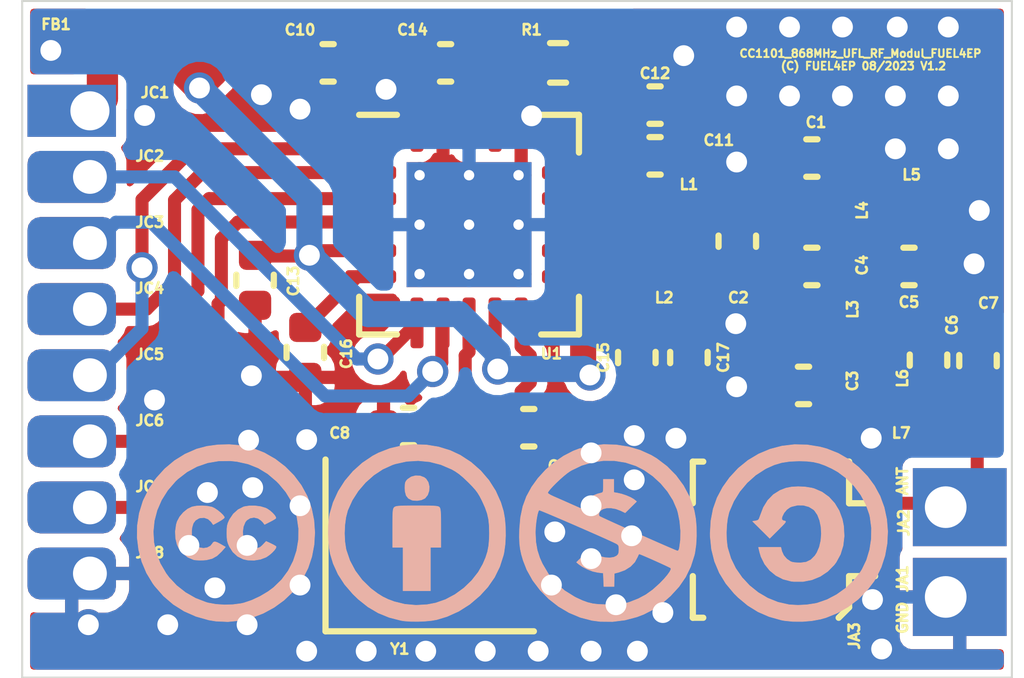
<source format=kicad_pcb>
(kicad_pcb (version 20211014) (generator pcbnew)
  (title_block (title "CC1101_868MHz_UFL_RF_Modul_FUEL4EP") (date "2023-08-28") (rev "1.2") (company "FUEL4EP"))
  (layers (0 "F.Cu" signal) (31 "B.Cu" signal) (34 "B.Paste" user) (35 "F.Paste" user) (36 "B.SilkS" user "B.Silkscreen") (37 "F.SilkS" user "F.Silkscreen") (38 "B.Mask" user) (39 "F.Mask" user) (44 "Edge.Cuts" user))
  (net 0 "")
  (net 1 "GND")
  (net 2 "Net-(C1-Pad1)")
  (net 3 "Net-(C2-Pad1)")
  (net 4 "Net-(C3-Pad2)")
  (net 5 "Net-(C4-Pad2)")
  (net 6 "Net-(C5-Pad2)")
  (net 7 "Net-(C6-Pad1)")
  (net 8 "Net-(C6-Pad2)")
  (net 9 "Net-(C7-Pad1)")
  (net 10 "Net-(C8-Pad2)")
  (net 11 "/SCK")
  (net 12 "/GDO0")
  (net 13 "/MOSI")
  (net 14 "/GDO2")
  (net 15 "Net-(C9-Pad2)")
  (net 16 "Net-(L1-Pad1)")
  (net 17 "Net-(L2-Pad1)")
  (net 18 "Net-(R1-Pad2)")
  (net 19 "/~{CS}")
  (net 20 "VDDA")
  (net 21 "Net-(C16-Pad1)")
  (net 22 "/MISO{slash}GDO1")
  (net 23 "/VDD")
  (footprint "Inductor_SMD:L_0402_1005Metric" (layer "F.Cu") (at 12.279 -8.8928)
    (fp_text reference "L1" (at 0.521 -0.5822) (layer "F.SilkS") (effects (font (size 0.2 0.2))))
    (fp_text value "12nH")
    (pad "1" smd roundrect (at -0.485 0) (size 0.59 0.64) (layers "F.Cu" "F.Paste" "F.Mask") (net 16 "Net-(L1-Pad1)"))
    (pad "2" smd roundrect (at 0.485 0) (size 0.59 0.64) (layers "F.Cu" "F.Paste" "F.Mask") (net 2 "Net-(C1-Pad1)"))
  )
  (footprint "Capacitor_SMD:C_0402_1005Metric" (layer "F.Cu") (at 8.128 -11.811 180)
    (fp_text reference "C14" (at 0.635 0.635) (layer "F.SilkS") (effects (font (size 0.2 0.2))))
    (fp_text value "100n")
    (pad "1" smd roundrect (at -0.48 0 180) (size 0.56 0.62) (layers "F.Cu" "F.Paste" "F.Mask") (net 20 "VDDA"))
    (pad "2" smd roundrect (at 0.48 0 180) (size 0.56 0.62) (layers "F.Cu" "F.Paste" "F.Mask") (net 1 "GND"))
  )
  (footprint "Inductor_SMD:L_0402_1005Metric" (layer "F.Cu") (at 17.85 -4.675)
    (fp_text reference "L7" (at -0.975 -0.025 180) (layer "F.SilkS") (effects (font (size 0.2 0.2))))
    (fp_text value "3.3nH")
    (pad "1" smd roundrect (at -0.485 0) (size 0.59 0.64) (layers "F.Cu" "F.Paste" "F.Mask") (net 7 "Net-(C6-Pad1)"))
    (pad "2" smd roundrect (at 0.485 0) (size 0.59 0.64) (layers "F.Cu" "F.Paste" "F.Mask") (net 9 "Net-(C7-Pad1)"))
  )
  (footprint "Inductor_SMD:L_0402_1005Metric" (layer "F.Cu") (at 15 -6.7314)
    (fp_text reference "L3" (at 0.9444 -0.3436 90) (layer "F.SilkS") (effects (font (size 0.2 0.2))))
    (fp_text value "18nH")
    (pad "1" smd roundrect (at -0.485 0) (size 0.59 0.64) (layers "F.Cu" "F.Paste" "F.Mask") (net 3 "Net-(C2-Pad1)"))
    (pad "2" smd roundrect (at 0.485 0) (size 0.59 0.64) (layers "F.Cu" "F.Paste" "F.Mask") (net 4 "Net-(C3-Pad2)"))
  )
  (footprint "Inductor_SMD:L_0402_1005Metric" (layer "F.Cu") (at 12.279 -7.9028)
    (fp_text reference "L2" (at 0.046 0.6028) (layer "F.SilkS") (effects (font (size 0.2 0.2))))
    (fp_text value "12nH")
    (pad "1" smd roundrect (at -0.485 0) (size 0.59 0.64) (layers "F.Cu" "F.Paste" "F.Mask") (net 17 "Net-(L2-Pad1)"))
    (pad "2" smd roundrect (at 0.485 0) (size 0.59 0.64) (layers "F.Cu" "F.Paste" "F.Mask") (net 3 "Net-(C2-Pad1)"))
  )
  (footprint "Capacitor_SMD:C_0402_1005Metric" (layer "F.Cu") (at 17.025 -7.9 180)
    (fp_text reference "C5" (at 0 -0.6862) (layer "F.SilkS") (effects (font (size 0.2 0.2))))
    (fp_text value "3.3pF")
    (pad "1" smd roundrect (at -0.48 0 180) (size 0.56 0.62) (layers "F.Cu" "F.Paste" "F.Mask") (net 1 "GND"))
    (pad "2" smd roundrect (at 0.48 0 180) (size 0.56 0.62) (layers "F.Cu" "F.Paste" "F.Mask") (net 6 "Net-(C5-Pad2)"))
  )
  (footprint "Capacitor_SMD:C_0402_1005Metric" (layer "F.Cu") (at 15 -5.6138)
    (fp_text reference "C3" (at 0.9394 -0.0862 90) (layer "F.SilkS") (effects (font (size 0.2 0.2))))
    (fp_text value "100pF")
    (pad "1" smd roundrect (at -0.48 0) (size 0.56 0.62) (layers "F.Cu" "F.Paste" "F.Mask") (net 1 "GND"))
    (pad "2" smd roundrect (at 0.48 0) (size 0.56 0.62) (layers "F.Cu" "F.Paste" "F.Mask") (net 4 "Net-(C3-Pad2)"))
  )
  (footprint "FUEL4EP:edge_hole_Pitch1.27mm_Drill0.75mm_rounded" (layer "F.Cu") (at 0 -5.81)
    (fp_text reference "JC5" (at 2.45 -0.4 unlocked) (layer "F.SilkS") (effects (font (size 0.2 0.2) (thickness 0.05))))
    (fp_text value "Conn")
    (pad "1" thru_hole roundrect (at 1.3 0) (size 1.7 1) (drill 0.65 (offset -0.35 0)) (property pad_prop_castellated) (layers *.Cu *.Mask) (net 13 "/MOSI"))
  )
  (footprint "Inductor_SMD:L_0402_1005Metric" (layer "F.Cu") (at 16.4 -6.2 -90)
    (fp_text reference "L6" (at 0.45 -0.5 90) (layer "F.SilkS") (effects (font (size 0.2 0.2))))
    (fp_text value "12nH")
    (pad "1" smd roundrect (at -0.485 0 270) (size 0.59 0.64) (layers "F.Cu" "F.Paste" "F.Mask") (net 6 "Net-(C5-Pad2)"))
    (pad "2" smd roundrect (at 0.485 0 270) (size 0.59 0.64) (layers "F.Cu" "F.Paste" "F.Mask") (net 8 "Net-(C6-Pad2)"))
  )
  (footprint "Capacitor_SMD:C_0402_1005Metric" (layer "F.Cu") (at 13.729 -8.3848 90)
    (fp_text reference "C2" (at -1.0848 0.021 180) (layer "F.SilkS") (effects (font (size 0.2 0.2))))
    (fp_text value "1.0pF")
    (pad "1" smd roundrect (at -0.48 0 90) (size 0.56 0.62) (layers "F.Cu" "F.Paste" "F.Mask") (net 3 "Net-(C2-Pad1)"))
    (pad "2" smd roundrect (at 0.48 0 90) (size 0.56 0.62) (layers "F.Cu" "F.Paste" "F.Mask") (net 2 "Net-(C1-Pad1)"))
  )
  (footprint "FUEL4EP:edge_hole_Pitch2.28mm_Drill0.8mm" (layer "F.Cu") (at 19 -1.55 180)
    (fp_text reference "JA1" (at 2.1 0.35 90 unlocked) (layer "F.SilkS") (effects (font (size 0.2 0.2))))
    (fp_text value "GND")
    (pad "1" thru_hole rect (at 1.27 0 180) (size 1.8 1.5) (drill 0.8 (offset -0.27 0)) (property pad_prop_castellated) (layers *.Cu *.Mask) (net 1 "GND"))
  )
  (footprint "FUEL4EP:edge_hole_Pitch1.27mm_Drill0.75mm_rounded" (layer "F.Cu") (at 0 -2)
    (fp_text reference "JC8" (at 2.45 -0.4 unlocked) (layer "F.SilkS") (effects (font (size 0.2 0.2) (thickness 0.05))))
    (fp_text value "Conn")
    (pad "1" thru_hole roundrect (at 1.3 0) (size 1.7 1) (drill 0.65 (offset -0.35 0)) (property pad_prop_castellated) (layers *.Cu *.Mask) (net 1 "GND"))
  )
  (footprint "Capacitor_SMD:C_0402_1005Metric" (layer "F.Cu") (at 18.35 -6.09 90)
    (fp_text reference "C7" (at 1.105 0.2 180) (layer "F.SilkS") (effects (font (size 0.2 0.2))))
    (fp_text value "12pF")
    (pad "1" smd roundrect (at -0.48 0 90) (size 0.56 0.62) (layers "F.Cu" "F.Paste" "F.Mask") (net 9 "Net-(C7-Pad1)"))
    (pad "2" smd roundrect (at 0.48 0 90) (size 0.56 0.62) (layers "F.Cu" "F.Paste" "F.Mask") (net 8 "Net-(C6-Pad2)"))
  )
  (footprint "Capacitor_SMD:C_0402_1005Metric" (layer "F.Cu") (at 5.4356 -6.2484 -90)
    (fp_text reference "C16" (at 0.0254 -0.7874 90) (layer "F.SilkS") (effects (font (size 0.2 0.2))))
    (fp_text value "100n")
    (pad "1" smd roundrect (at -0.48 0 270) (size 0.56 0.62) (layers "F.Cu" "F.Paste" "F.Mask") (net 21 "Net-(C16-Pad1)"))
    (pad "2" smd roundrect (at 0.48 0 270) (size 0.56 0.62) (layers "F.Cu" "F.Paste" "F.Mask") (net 1 "GND"))
  )
  (footprint "Resistor_SMD:R_0402_1005Metric" (layer "F.Cu") (at 10.287 -11.811 180)
    (fp_text reference "R1" (at 0.508 0.635) (layer "F.SilkS") (effects (font (size 0.2 0.2))))
    (fp_text value "56k")
    (pad "1" smd roundrect (at -0.51 0 180) (size 0.54 0.64) (layers "F.Cu" "F.Paste" "F.Mask") (net 1 "GND"))
    (pad "2" smd roundrect (at 0.51 0 180) (size 0.54 0.64) (layers "F.Cu" "F.Paste" "F.Mask") (net 18 "Net-(R1-Pad2)"))
  )
  (footprint "Capacitor_SMD:C_0402_1005Metric" (layer "F.Cu") (at 11.8 -6.15 -90)
    (fp_text reference "C15" (at 0 0.6438 90) (layer "F.SilkS") (effects (font (size 0.2 0.2))))
    (fp_text value "100n")
    (pad "1" smd roundrect (at -0.48 0 270) (size 0.56 0.62) (layers "F.Cu" "F.Paste" "F.Mask") (net 20 "VDDA"))
    (pad "2" smd roundrect (at 0.48 0 270) (size 0.56 0.62) (layers "F.Cu" "F.Paste" "F.Mask") (net 1 "GND"))
  )
  (footprint "Capacitor_SMD:C_0402_1005Metric" (layer "F.Cu") (at 12.8 -6.15 -90)
    (fp_text reference "C17" (at 0 -0.6604 90) (layer "F.SilkS") (effects (font (size 0.2 0.2))))
    (fp_text value "100n")
    (pad "1" smd roundrect (at -0.48 0 270) (size 0.56 0.62) (layers "F.Cu" "F.Paste" "F.Mask") (net 20 "VDDA"))
    (pad "2" smd roundrect (at 0.48 0 270) (size 0.56 0.62) (layers "F.Cu" "F.Paste" "F.Mask") (net 1 "GND"))
  )
  (footprint "FUEL4EP:edge_hole_Pitch2.28mm_Drill0.8mm" (layer "F.Cu") (at 19 -3.275 180)
    (fp_text reference "JA2" (at 2.075 -0.3 90 unlocked) (layer "F.SilkS") (effects (font (size 0.2 0.2))))
    (fp_text value "Ant.")
    (pad "1" thru_hole rect (at 1.27 0 180) (size 1.8 1.5) (drill 0.8 (offset -0.27 0)) (property pad_prop_castellated) (layers *.Cu *.Mask) (net 9 "Net-(C7-Pad1)"))
  )
  (footprint "Inductor_SMD:L_0402_1005Metric" (layer "F.Cu") (at 15.1806 -8.9666)
    (fp_text reference "L4" (at 0.9444 -0.0084 270) (layer "F.SilkS") (effects (font (size 0.2 0.2))))
    (fp_text value "18nH")
    (pad "1" smd roundrect (at -0.485 0) (size 0.59 0.64) (layers "F.Cu" "F.Paste" "F.Mask") (net 2 "Net-(C1-Pad1)"))
    (pad "2" smd roundrect (at 0.485 0) (size 0.59 0.64) (layers "F.Cu" "F.Paste" "F.Mask") (net 5 "Net-(C4-Pad2)"))
  )
  (footprint "Crystal:Crystal_SMD_3225-4Pin_3.2x2.5mm" (layer "F.Cu") (at 7.8232 -2.54)
    (fp_text reference "Y1" (at -0.5732 1.99) (layer "F.SilkS") (effects (font (size 0.2 0.2))))
    (fp_text value "Crystal  26MHz")
    (pad "1" smd rect (at -1.1 0.85) (size 1.4 1.2) (layers "F.Cu" "F.Paste" "F.Mask") (net 10 "Net-(C8-Pad2)"))
    (pad "2" smd rect (at 1.1 0.85) (size 1.4 1.2) (layers "F.Cu" "F.Paste" "F.Mask") (net 1 "GND"))
    (pad "3" smd rect (at 1.1 -0.85) (size 1.4 1.2) (layers "F.Cu" "F.Paste" "F.Mask") (net 15 "Net-(C9-Pad2)"))
    (pad "4" smd rect (at -1.1 -0.85) (size 1.4 1.2) (layers "F.Cu" "F.Paste" "F.Mask") (net 1 "GND"))
  )
  (footprint "FUEL4EP:CC-BY-ND-SA_bottom" (layer "F.Cu") (at 9.398 -2.794)
    (fp_text reference "LOGO1" hide)
    (fp_text value "Logo_Open_Hardware_Small" hide)
  )
  (footprint "Capacitor_SMD:C_0402_1005Metric" (layer "F.Cu") (at 4.4704 -7.6336 -90)
    (fp_text reference "C13" (at 0.0136 -0.7366 90) (layer "F.SilkS") (effects (font (size 0.2 0.2))))
    (fp_text value "100n")
    (pad "1" smd roundrect (at -0.48 0 270) (size 0.56 0.62) (layers "F.Cu" "F.Paste" "F.Mask") (net 20 "VDDA"))
    (pad "2" smd roundrect (at 0.48 0 270) (size 0.56 0.62) (layers "F.Cu" "F.Paste" "F.Mask") (net 1 "GND"))
  )
  (footprint "Capacitor_SMD:C_0402_1005Metric" (layer "F.Cu") (at 5.873 -11.811)
    (fp_text reference "C10" (at -0.539 -0.635) (layer "F.SilkS") (effects (font (size 0.2 0.2) (thickness 0.125))))
    (fp_text value "4.7u")
    (pad "1" smd roundrect (at -0.48 0) (size 0.56 0.62) (layers "F.Cu" "F.Paste" "F.Mask") (net 20 "VDDA"))
    (pad "2" smd roundrect (at 0.48 0) (size 0.56 0.62) (layers "F.Cu" "F.Paste" "F.Mask") (net 1 "GND"))
  )
  (footprint "Capacitor_SMD:C_0402_1005Metric" (layer "F.Cu") (at 15.1606 -7.8998)
    (fp_text reference "C4" (at 0.9644 -0.0252 270) (layer "F.SilkS") (effects (font (size 0.2 0.2))))
    (fp_text value "1.5pF")
    (pad "1" smd roundrect (at -0.48 0) (size 0.56 0.62) (layers "F.Cu" "F.Paste" "F.Mask") (net 3 "Net-(C2-Pad1)"))
    (pad "2" smd roundrect (at 0.48 0) (size 0.56 0.62) (layers "F.Cu" "F.Paste" "F.Mask") (net 5 "Net-(C4-Pad2)"))
  )
  (footprint "FUEL4EP:edge_hole_Pitch1.27mm_Drill0.75mm_rounded" (layer "F.Cu") (at 0 -4.54)
    (fp_text reference "JC6" (at 2.45 -0.4 unlocked) (layer "F.SilkS") (effects (font (size 0.2 0.2) (thickness 0.05))))
    (fp_text value "Conn")
    (pad "1" thru_hole roundrect (at 1.3 0) (size 1.7 1) (drill 0.65 (offset -0.35 0)) (property pad_prop_castellated) (layers *.Cu *.Mask) (net 22 "/MISO{slash}GDO1"))
  )
  (footprint "Capacitor_SMD:C_0402_1005Metric" (layer "F.Cu") (at 12.15 -11)
    (fp_text reference "C12" (at 0 -0.6096) (layer "F.SilkS") (effects (font (size 0.2 0.2))))
    (fp_text value "100n")
    (pad "1" smd roundrect (at -0.48 0) (size 0.56 0.62) (layers "F.Cu" "F.Paste" "F.Mask") (net 20 "VDDA"))
    (pad "2" smd roundrect (at 0.48 0) (size 0.56 0.62) (layers "F.Cu" "F.Paste" "F.Mask") (net 1 "GND"))
  )
  (footprint "FUEL4EP:edge_hole_Pitch1.27mm_Drill0.75mm_rounded" (layer "F.Cu") (at 0 -8.35)
    (fp_text reference "JC3" (at 2.45 -0.4 unlocked) (layer "F.SilkS") (effects (font (size 0.2 0.2) (thickness 0.05))))
    (fp_text value "Conn")
    (pad "1" thru_hole roundrect (at 1.3 0) (size 1.7 1) (drill 0.65 (offset -0.35 0)) (property pad_prop_castellated) (layers *.Cu *.Mask) (net 19 "/~{CS}"))
  )
  (footprint "FUEL4EP:edge_hole_Pitch1.27mm_Drill0.75mm_rounded" (layer "F.Cu") (at 0 -9.62)
    (fp_text reference "JC2" (at 2.45 -0.4 unlocked) (layer "F.SilkS") (effects (font (size 0.2 0.2) (thickness 0.05))))
    (fp_text value "Conn")
    (pad "1" thru_hole roundrect (at 1.3 0) (size 1.7 1) (drill 0.65 (offset -0.35 0)) (property pad_prop_castellated) (layers *.Cu *.Mask) (net 12 "/GDO0"))
  )
  (footprint "FUEL4EP:edge_hole_Pitch1.27mm_Drill0.75mm" (layer "F.Cu") (at 0 -10.89)
    (fp_text reference "JC1" (at 2.55 -0.35 unlocked) (layer "F.SilkS") (effects (font (size 0.2 0.2) (thickness 0.05))))
    (fp_text value "Conn")
    (pad "1" thru_hole rect (at 1.3 0) (size 1.7 1) (drill 0.75 (offset -0.35 0)) (property pad_prop_castellated) (layers *.Cu *.Mask) (net 23 "/VDD"))
  )
  (footprint "Inductor_SMD:L_0402_1005Metric" (layer "F.Cu") (at 17.075 -8.95)
    (fp_text reference "L5" (at 0 -0.7108) (layer "F.SilkS") (effects (font (size 0.2 0.2))))
    (fp_text value "12nH")
    (pad "1" smd roundrect (at -0.485 0) (size 0.59 0.64) (layers "F.Cu" "F.Paste" "F.Mask") (net 5 "Net-(C4-Pad2)"))
    (pad "2" smd roundrect (at 0.485 0) (size 0.59 0.64) (layers "F.Cu" "F.Paste" "F.Mask") (net 6 "Net-(C5-Pad2)"))
  )
  (footprint "FUEL4EP:U.FL_Molex_MCRF_73412-0110_Vertical" (layer "F.Cu") (at 14.375 -2.65 90)
    (fp_text reference "JA3" (at -1.85 1.6 90) (layer "F.SilkS") (effects (font (size 0.2 0.2))))
    (fp_text value "U.FL connector")
    (pad "1" smd rect (at 0 1.5 90) (size 1 1) (layers "F.Cu" "F.Paste" "F.Mask") (net 9 "Net-(C7-Pad1)"))
    (pad "2" smd rect (at 1.475 0 90) (size 1.05 2.2) (layers "F.Cu" "F.Paste" "F.Mask") (net 1 "GND"))
    (pad "2" smd rect (at 0 -1.5 90) (size 1 1) (layers "F.Cu" "F.Paste" "F.Mask") (net 1 "GND"))
    (pad "2" smd rect (at -1.475 0 90) (size 1.05 2.2) (layers "F.Cu" "F.Paste" "F.Mask") (net 1 "GND"))
  )
  (footprint "Capacitor_SMD:C_0402_1005Metric" (layer "F.Cu") (at 12.15 -10.025)
    (fp_text reference "C11" (at 1.225 -0.3) (layer "F.SilkS") (effects (font (size 0.2 0.2))))
    (fp_text value "100n")
    (pad "1" smd roundrect (at -0.48 0) (size 0.56 0.62) (layers "F.Cu" "F.Paste" "F.Mask") (net 20 "VDDA"))
    (pad "2" smd roundrect (at 0.48 0) (size 0.56 0.62) (layers "F.Cu" "F.Paste" "F.Mask") (net 1 "GND"))
  )
  (footprint "Capacitor_SMD:C_0402_1005Metric" (layer "F.Cu") (at 7.4168 -4.826)
    (fp_text reference "C8" (at -1.3208 0.127) (layer "F.SilkS") (effects (font (size 0.2 0.2))))
    (fp_text value "12p")
    (pad "1" smd roundrect (at -0.48 0) (size 0.56 0.62) (layers "F.Cu" "F.Paste" "F.Mask") (net 1 "GND"))
    (pad "2" smd roundrect (at 0.48 0) (size 0.56 0.62) (layers "F.Cu" "F.Paste" "F.Mask") (net 10 "Net-(C8-Pad2)"))
  )
  (footprint "Capacitor_SMD:C_0402_1005Metric" (layer "F.Cu") (at 15.1606 -9.9826)
    (fp_text reference "C1" (at 0.0794 -0.6854) (layer "F.SilkS") (effects (font (size 0.2 0.2))))
    (fp_text value "1.5pF")
    (pad "1" smd roundrect (at -0.48 0) (size 0.56 0.62) (layers "F.Cu" "F.Paste" "F.Mask") (net 2 "Net-(C1-Pad1)"))
    (pad "2" smd roundrect (at 0.48 0) (size 0.56 0.62) (layers "F.Cu" "F.Paste" "F.Mask") (net 1 "GND"))
  )
  (footprint "Capacitor_SMD:C_0402_1005Metric" (layer "F.Cu") (at 17.4 -6.1 90)
    (fp_text reference "C6" (at 0.675 0.45 90) (layer "F.SilkS") (effects (font (size 0.2 0.2))))
    (fp_text value "47pF")
    (pad "1" smd roundrect (at -0.48 0 90) (size 0.56 0.62) (layers "F.Cu" "F.Paste" "F.Mask") (net 7 "Net-(C6-Pad1)"))
    (pad "2" smd roundrect (at 0.48 0 90) (size 0.56 0.62) (layers "F.Cu" "F.Paste" "F.Mask") (net 8 "Net-(C6-Pad2)"))
  )
  (footprint "Capacitor_SMD:C_0402_1005Metric" (layer "F.Cu") (at 9.725 -4.801 180)
    (fp_text reference "C9" (at -0.562 -0.737) (layer "F.SilkS") (effects (font (size 0.2 0.2))))
    (fp_text value "15p")
    (pad "1" smd roundrect (at -0.48 0 180) (size 0.56 0.62) (layers "F.Cu" "F.Paste" "F.Mask") (net 1 "GND"))
    (pad "2" smd roundrect (at 0.48 0 180) (size 0.56 0.62) (layers "F.Cu" "F.Paste" "F.Mask") (net 15 "Net-(C9-Pad2)"))
  )
  (footprint "FUEL4EP:edge_hole_Pitch1.27mm_Drill0.75mm_rounded" (layer "F.Cu") (at 0 -7.08)
    (fp_text reference "JC4" (at 2.45 -0.4 unlocked) (layer "F.SilkS") (effects (font (size 0.2 0.2) (thickness 0.05))))
    (fp_text value "Conn")
    (pad "1" thru_hole roundrect (at 1.3 0) (size 1.7 1) (drill 0.65 (offset -0.35 0)) (property pad_prop_castellated) (layers *.Cu *.Mask) (net 11 "/SCK"))
  )
  (footprint "Package_DFN_QFN:Texas_S-PVQFN-N20_EP2.4x2.4mm_ThermalVias" (layer "F.Cu") (at 8.579 -8.7028)
    (fp_text reference "U1" (at 1.581 2.4798) (layer "F.SilkS") (effects (font (size 0.2 0.2))))
    (fp_text value "CC1101RGPR")
    (pad "1" smd roundrect (at -1.8875 -1) (size 0.975 0.25) (layers "F.Cu" "F.Paste" "F.Mask") (net 11 "/SCK"))
    (pad "2" smd roundrect (at -1.8875 -0.5) (size 0.975 0.25) (layers "F.Cu" "F.Paste" "F.Mask") (net 22 "/MISO{slash}GDO1"))
    (pad "3" smd roundrect (at -1.8875 0) (size 0.975 0.25) (layers "F.Cu" "F.Paste" "F.Mask") (net 14 "/GDO2"))
    (pad "4" smd roundrect (at -1.8875 0.5) (size 0.975 0.25) (layers "F.Cu" "F.Paste" "F.Mask") (net 20 "VDDA"))
    (pad "5" smd roundrect (at -1.8875 1) (size 0.975 0.25) (layers "F.Cu" "F.Paste" "F.Mask") (net 21 "Net-(C16-Pad1)"))
    (pad "6" smd roundrect (at -1 1.8875) (size 0.25 0.975) (layers "F.Cu" "F.Paste" "F.Mask") (net 12 "/GDO0"))
    (pad "7" smd roundrect (at -0.5 1.8875) (size 0.25 0.975) (layers "F.Cu" "F.Paste" "F.Mask") (net 19 "/~{CS}"))
    (pad "8" smd roundrect (at 0 1.8875) (size 0.25 0.975) (layers "F.Cu" "F.Paste" "F.Mask") (net 10 "Net-(C8-Pad2)"))
    (pad "9" smd roundrect (at 0.5 1.8875) (size 0.25 0.975) (layers "F.Cu" "F.Paste" "F.Mask") (net 20 "VDDA"))
    (pad "10" smd roundrect (at 1 1.8875) (size 0.25 0.975) (layers "F.Cu" "F.Paste" "F.Mask") (net 15 "Net-(C9-Pad2)"))
    (pad "11" smd roundrect (at 1.8875 1) (size 0.975 0.25) (layers "F.Cu" "F.Paste" "F.Mask") (net 20 "VDDA"))
    (pad "12" smd roundrect (at 1.8875 0.5) (size 0.975 0.25) (layers "F.Cu" "F.Paste" "F.Mask") (net 17 "Net-(L2-Pad1)"))
    (pad "13" smd roundrect (at 1.8875 0) (size 0.975 0.25) (layers "F.Cu" "F.Paste" "F.Mask") (net 16 "Net-(L1-Pad1)"))
    (pad "14" smd roundrect (at 1.8875 -0.5) (size 0.975 0.25) (layers "F.Cu" "F.Paste" "F.Mask") (net 20 "VDDA"))
    (pad "15" smd roundrect (at 1.8875 -1) (size 0.975 0.25) (layers "F.Cu" "F.Paste" "F.Mask") (net 20 "VDDA"))
    (pad "16" smd roundrect (at 1 -1.8875) (size 0.25 0.975) (layers "F.Cu" "F.Paste" "F.Mask") (net 1 "GND"))
    (pad "17" smd roundrect (at 0.5 -1.8875) (size 0.25 0.975) (layers "F.Cu" "F.Paste" "F.Mask") (net 18 "Net-(R1-Pad2)"))
    (pad "18" smd roundrect (at 0 -1.8875) (size 0.25 0.975) (layers "F.Cu" "F.Paste" "F.Mask") (net 20 "VDDA"))
    (pad "19" smd roundrect (at -0.5 -1.8875) (size 0.25 0.975) (layers "F.Cu" "F.Paste" "F.Mask") (net 1 "GND"))
    (pad "20" smd roundrect (at -1 -1.8875) (size 0.25 0.975) (layers "F.Cu" "F.Paste" "F.Mask") (net 13 "/MOSI"))
    (pad "21" thru_hole circle (at 0 0) (size 0.5 0.5) (drill 0.2) (layers *.Cu) (net 1 "GND"))
    (pad "21" smd rect (at 0 0) (size 2.4 2.4) (layers "F.Cu" "F.Mask") (net 1 "GND"))
    (pad "21" thru_hole circle (at 0.95 0) (size 0.5 0.5) (drill 0.2) (layers *.Cu) (net 1 "GND"))
    (pad "21" thru_hole circle (at -0.95 -0.95) (size 0.5 0.5) (drill 0.2) (layers *.Cu) (net 1 "GND"))
    (pad "21" thru_hole circle (at 0.95 0.95) (size 0.5 0.5) (drill 0.2) (layers *.Cu) (net 1 "GND"))
    (pad "21" thru_hole circle (at 0 -0.95) (size 0.5 0.5) (drill 0.2) (layers *.Cu) (net 1 "GND"))
    (pad "21" thru_hole circle (at -0.95 0.95) (size 0.5 0.5) (drill 0.2) (layers *.Cu) (net 1 "GND"))
    (pad "21" thru_hole circle (at -0.95 0) (size 0.5 0.5) (drill 0.2) (layers *.Cu) (net 1 "GND"))
    (pad "21" thru_hole circle (at 0.95 -0.95) (size 0.5 0.5) (drill 0.2) (layers *.Cu) (net 1 "GND"))
    (pad "21" thru_hole circle (at 0 0.95) (size 0.5 0.5) (drill 0.2) (layers *.Cu) (net 1 "GND"))
    (pad "21" smd rect (at 0 0) (size 2.4 2.4) (layers "B.Cu") (net 1 "GND"))
  )
  (footprint "Inductor_SMD:L_0402_1005Metric" (layer "F.Cu") (at 2.025 -12.25)
    (fp_text reference "FB1" (at -1.375 -0.3) (layer "F.SilkS") (effects (font (size 0.2 0.2))))
    (fp_text value "FerriteBead")
    (pad "1" smd roundrect (at -0.485 0) (size 0.59 0.64) (layers "F.Cu" "F.Paste" "F.Mask") (net 23 "/VDD"))
    (pad "2" smd roundrect (at 0.485 0) (size 0.59 0.64) (layers "F.Cu" "F.Paste" "F.Mask") (net 20 "VDDA"))
  )
  (footprint "FUEL4EP:edge_hole_Pitch1.27mm_Drill0.75mm_rounded" (layer "F.Cu") (at 0 -3.27)
    (fp_text reference "JC7" (at 2.45 -0.4 unlocked) (layer "F.SilkS") (effects (font (size 0.2 0.2) (thickness 0.05))))
    (fp_text value "Conn")
    (pad "1" thru_hole roundrect (at 1.3 0) (size 1.7 1) (drill 0.65 (offset -0.35 0)) (property pad_prop_castellated) (layers *.Cu *.Mask) (net 14 "/GDO2"))
  )
  (gr_line (start 0 0) (end 0 -13) (layer "Edge.Cuts") (width 0.0381))
  (gr_line (start 19 -13) (end 19 0) (layer "Edge.Cuts") (width 0.0381))
  (gr_line (start 0 -13) (end 19 -13) (layer "Edge.Cuts") (width 0.0381))
  (gr_line (start 0 0) (end 19 0) (layer "Edge.Cuts") (width 0.0381))
  (gr_text "ANT" (at 16.9 -3.775 90) (layer "F.SilkS") (effects (font (size 0.2 0.2) (thickness 0.05))))
  (gr_text "GND" (at 16.9 -1.15 90) (layer "F.SilkS") (effects (font (size 0.2 0.2) (thickness 0.05))))
  (gr_text "CC1101_868MHz_UFL_RF_Modul_FUEL4EP \n(C) FUEL4EP 08/2023 V1.2\n\n" (at 16.15 -11.75) (layer "F.SilkS") (effects (font (size 0.15 0.15) (thickness 0.0375))))
  (segment (start 8.079 -9.799247) (end 8.225447 -9.6528) (width 0.25) (layer "F.Cu") (net 1))
  (segment (start 8.079 -10.5903) (end 8.079 -9.799247) (width 0.25) (layer "F.Cu") (net 1))
  (segment (start 9.78 -10.794) (end 10.797 -11.811) (width 0.25) (layer "F.Cu") (net 1))
  (segment (start 9.579 -10.5903) (end 9.579 -9.7028) (width 0.25) (layer "F.Cu") (net 1))
  (segment (start 9.579 -10.593) (end 9.78 -10.794) (width 0.25) (layer "F.Cu") (net 1))
  (segment (start 13.5636 -11.0236) (end 13.716 -11.176) (width 0.25) (layer "F.Cu") (net 1))
  (segment (start 12.7508 -5.814) (end 11.642 -5.814) (width 0.2) (layer "F.Cu") (net 1))
  (segment (start 8.079 -10.5903) (end 8.079 -11.38) (width 0.25) (layer "F.Cu") (net 1))
  (segment (start 12.672 -11.0236) (end 13.5636 -11.0236) (width 0.25) (layer "F.Cu") (net 1))
  (segment (start 8.079 -11.38) (end 7.648 -11.811) (width 0.25) (layer "F.Cu") (net 1))
  (via (at 16.5 -0.55) (size 0.6) (drill 0.4) (layers "F.Cu" "B.Cu") (net 1))
  (via (at 0.55 -12.05) (size 0.6) (drill 0.4) (layers "F.Cu" "B.Cu") (net 1))
  (via (at 16.325 -1.5) (size 0.6) (drill 0.4) (layers "F.Cu" "B.Cu") (net 1))
  (via (at 14.732 -12.5) (size 0.6) (drill 0.4) (layers "F.Cu" "B.Cu") (net 1))
  (via (at 4.318 -1.016) (size 0.6) (drill 0.4) (layers "F.Cu" "B.Cu") (net 1))
  (via (at 6.604 -0.508) (size 0.6) (drill 0.4) (layers "F.Cu" "B.Cu") (net 1))
  (via (at 8.89 -0.508) (size 0.6) (drill 0.4) (layers "F.Cu" "B.Cu") (net 1))
  (via (at 12.7 -11.95) (size 0.6) (drill 0.4) (layers "F.Cu" "B.Cu") (net 1))
  (via (at 6.985 -11.303) (size 0.6) (drill 0.4) (layers "F.Cu" "B.Cu") (net 1))
  (via (at 4.318 -2.54) (size 0.6) (drill 0.4) (layers "F.Cu" "B.Cu") (net 1))
  (via (at 4.425 -3.65) (size 0.6) (drill 0.4) (layers "F.Cu" "B.Cu") (net 1))
  (via (at 3.556 -3.556) (size 0.6) (drill 0.4) (layers "F.Cu" "B.Cu") (net 1))
  (via (at 10.922 -2.286) (size 0.6) (drill 0.4) (layers "F.Cu" "B.Cu") (net 1))
  (via (at 2.794 -1.016) (size 0.6) (drill 0.4) (layers "F.Cu" "B.Cu") (net 1))
  (via (at 18.375 -8.975) (size 0.6) (drill 0.4) (layers "F.Cu" "B.Cu") (net 1))
  (via (at 5.461 -4.572) (size 0.6) (drill 0.4) (layers "F.Cu" "B.Cu") (net 1))
  (via (at 17.78 -11.176) (size 0.6) (drill 0.4) (layers "F.Cu" "B.Cu") (net 1))
  (via (at 11.4 -1.4) (size 0.6) (drill 0.4) (layers "F.Cu" "B.Cu") (net 1))
  (via (at 12.3 -1.25) (size 0.6) (drill 0.4) (layers "F.Cu" "B.Cu") (net 1))
  (via (at 10.922 -3.302) (size 0.6) (drill 0.4) (layers "F.Cu" "B.Cu") (net 1))
  (via (at 16.3 -4.6) (size 0.6) (drill 0.4) (layers "F.Cu" "B.Cu") (net 1))
  (via (at 11.7 -2.725) (size 0.6) (drill 0.4) (layers "F.Cu" "B.Cu") (net 1))
  (via (at 10.922 -0.508) (size 0.6) (drill 0.4) (layers "F.Cu" "B.Cu") (net 1))
  (via (at 5.461 -0.508) (size 0.6) (drill 0.4) (layers "F.Cu" "B.Cu") (net 1))
  (via (at 13.7 -6.8) (size 0.6) (drill 0.4) (layers "F.Cu" "B.Cu") (net 1))
  (via (at 16.764 -10.16) (size 0.6) (drill 0.4) (layers "F.Cu" "B.Cu") (net 1))
  (via (at 15.748 -12.5) (size 0.6) (drill 0.4) (layers "F.Cu" "B.Cu") (net 1))
  (via (at 9.78 -10.794) (size 0.6) (drill 0.4) (layers "F.Cu" "B.Cu") (net 1))
  (via (at 10.922 -4.318) (size 0.6) (drill 0.4) (layers "F.Cu" "B.Cu") (net 1))
  (via (at 16.764 -11.176) (size 0.6) (drill 0.4) (layers "F.Cu" "B.Cu") (net 1))
  (via (at 5.334 -3.302) (size 0.6) (drill 0.4) (layers "F.Cu" "B.Cu") (net 1))
  (via (at 3.7 -1.725) (size 0.6) (drill 0.4) (layers "F.Cu" "B.Cu") (net 1))
  (via (at 18.275 -7.95) (size 0.6) (drill 0.4) (layers "F.Cu" "B.Cu") (net 1))
  (via (at 13.716 -9.906) (size 0.6) (drill 0.4) (layers "F.Cu" "B.Cu") (net 1))
  (via (at 14.732 -11.176) (size 0.6) (drill 0.4) (layers "F.Cu" "B.Cu") (net 1))
  (via (at 7.747 -0.508) (size 0.6) (drill 0.4) (layers "F.Cu" "B.Cu") (net 1))
  (via (at 15.748 -11.176) (size 0.6) (drill 0.4) (layers "F.Cu" "B.Cu") (net 1))
  (via (at 17.78 -10.16) (size 0.6) (drill 0.4) (layers "F.Cu" "B.Cu") (net 1))
  (via (at 16.8 -12.5) (size 0.6) (drill 0.4) (layers "F.Cu" "B.Cu") (net 1))
  (via (at 2.54 -5.334) (size 0.6) (drill 0.4) (layers "F.Cu" "B.Cu") (net 1))
  (via (at 13.716 -11.176) (size 0.6) (drill 0.4) (layers "F.Cu" "B.Cu") (net 1))
  (via (at 11.75 -3.8) (size 0.6) (drill 0.4) (layers "F.Cu" "B.Cu") (net 1))
  (via (at 5.334 -10.922) (size 0.6) (drill 0.4) (layers "F.Cu" "B.Cu") (net 1))
  (via (at 9.906 -0.508) (size 0.6) (drill 0.4) (layers "F.Cu" "B.Cu") (net 1))
  (via (at 10.225 -2.8) (size 0.6) (drill 0.4) (layers "F.Cu" "B.Cu") (net 1))
  (via (at 3.2 -2.54) (size 0.6) (drill 0.4) (layers "F.Cu" "B.Cu") (net 1))
  (via (at 11.75 -4.65) (size 0.6) (drill 0.4) (layers "F.Cu" "B.Cu") (net 1))
  (via (at 4.346102 -4.561781) (size 0.6) (drill 0.4) (layers "F.Cu" "B.Cu") (net 1))
  (via (at 13.716 -12.5) (size 0.6) (drill 0.4) (layers "F.Cu" "B.Cu") (net 1))
  (via (at 10.16 -1.778) (size 0.6) (drill 0.4) (layers "F.Cu" "B.Cu") (net 1))
  (via (at 11.811 -0.508) (size 0.6) (drill 0.4) (layers "F.Cu" "B.Cu") (net 1))
  (via (at 13.716 -5.588) (size 0.6) (drill 0.4) (layers "F.Cu" "B.Cu") (net 1))
  (via (at 2.35 -10.8) (size 0.6) (drill 0.4) (layers "F.Cu" "B.Cu") (net 1))
  (via (at 17.78 -12.5) (size 0.6) (drill 0.4) (layers "F.Cu" "B.Cu") (net 1))
  (via (at 1.27 -1.016) (size 0.6) (drill 0.4) (layers "F.Cu" "B.Cu") (net 1))
  (via (at 4.4 -5.8) (size 0.6) (drill 0.4) (layers "F.Cu" "B.Cu") (net 1))
  (via (at 5.334 -1.778) (size 0.6) (drill 0.4) (layers "F.Cu" "B.Cu") (net 1))
  (via (at 4.592391 -11.199563) (size 0.6) (drill 0.4) (layers "F.Cu" "B.Cu") (net 1))
  (via (at 12.55 -4.6) (size 0.6) (drill 0.4) (layers "F.Cu" "B.Cu") (net 1))
  (segment (start 13.729 -8.8648) (end 14.5938 -8.8648) (width 0.25) (layer "F.Cu") (net 2))
  (segment (start 12.764 -8.8928) (end 13.701 -8.8928) (width 0.25) (layer "F.Cu") (net 2))
  (segment (start 14.6956 -8.9666) (end 14.6956 -9.9676) (width 0.25) (layer "F.Cu") (net 2))
  (segment (start 14.515 -7.065) (end 14.7 -7.25) (width 0.25) (layer "F.Cu") (net 3))
  (segment (start 14.7 -7.25) (end 14.7 -7.8804) (width 0.25) (layer "F.Cu") (net 3))
  (segment (start 13.729 -7.9048) (end 14.6756 -7.9048) (width 0.25) (layer "F.Cu") (net 3))
  (segment (start 12.764 -7.9028) (end 13.727 -7.9028) (width 0.25) (layer "F.Cu") (net 3))
  (segment (start 14.515 -6.7314) (end 14.515 -7.065) (width 0.25) (layer "F.Cu") (net 3))
  (segment (start 15.485 -6.7314) (end 15.485 -5.6188) (width 0.25) (layer "F.Cu") (net 4))
  (segment (start 15.6406 -7.8998) (end 15.6406 -8.9416) (width 0.25) (layer "F.Cu") (net 5))
  (segment (start 15.6656 -8.9666) (end 16.5734 -8.9666) (width 0.25) (layer "F.Cu") (net 5))
  (segment (start 16.545 -7.907609) (end 17.56 -8.922609) (width 0.25) (layer "F.Cu") (net 6))
  (segment (start 16.545 -7.9) (end 16.545 -6.83) (width 0.25) (layer "F.Cu") (net 6))
  (segment (start 17.365 -4.675) (end 17.365 -5.585) (width 0.25) (layer "F.Cu") (net 7))
  (segment (start 17.4 -6.58) (end 18.34 -6.58) (width 0.25) (layer "F.Cu") (net 8))
  (segment (start 17.283216 -6.58) (end 16.418216 -5.715) (width 0.25) (layer "F.Cu") (net 8))
  (segment (start 16.575 -3.35) (end 17.825 -3.35) (width 0.25) (layer "F.Cu") (net 9))
  (segment (start 18.335 -4.675) (end 18.335 -3.71) (width 0.25) (layer "F.Cu") (net 9))
  (segment (start 15.875 -2.65) (end 16.575 -3.35) (width 0.25) (layer "F.Cu") (net 9))
  (segment (start 18.35 -5.61) (end 18.35 -4.69) (width 0.25) (layer "F.Cu") (net 9))
  (segment (start 8.559111 -5.616311) (end 7.7438 -4.801) (width 0.25) (layer "F.Cu") (net 10))
  (segment (start 8.505 -6.187777) (end 8.505 -5.670423) (width 0.25) (layer "F.Cu") (net 10))
  (segment (start 8.505 -5.670423) (end 8.559111 -5.616311) (width 0.25) (layer "F.Cu") (net 10))
  (segment (start 8.579 -6.8153) (end 8.579 -6.261777) (width 0.25) (layer "F.Cu") (net 10))
  (segment (start 7.8968 -4.826) (end 7.8968 -2.6636) (width 0.2) (layer "F.Cu") (net 10))
  (segment (start 8.579 -6.261777) (end 8.505 -6.187777) (width 0.25) (layer "F.Cu") (net 10))
  (segment (start 7.8968 -2.6636) (end 6.9232 -1.69) (width 0.2) (layer "F.Cu") (net 10))
  (segment (start 6.6915 -9.7028) (end 3.45302 -9.7028) (width 0.25) (layer "F.Cu") (net 11))
  (segment (start 2.388177 -7.08) (end 1.4 -7.08) (width 0.25) (layer "F.Cu") (net 11))
  (segment (start 2.9245 -7.616323) (end 2.388177 -7.08) (width 0.25) (layer "F.Cu") (net 11))
  (segment (start 2.9245 -9.17428) (end 2.9245 -7.616323) (width 0.25) (layer "F.Cu") (net 11))
  (segment (start 3.45302 -9.7028) (end 2.9245 -9.17428) (width 0.25) (layer "F.Cu") (net 11))
  (segment (start 6.8855 -6.1218) (end 6.8294 -6.1218) (width 0.25) (layer "F.Cu") (net 12))
  (segment (start 7.579 -6.8153) (end 6.8855 -6.1218) (width 0.25) (layer "F.Cu") (net 12))
  (via (at 6.8294 -6.1218) (size 0.6) (drill 0.4) (layers "F.Cu" "B.Cu") (net 12))
  (segment (start 6.4258 -6.1218) (end 2.9276 -9.62) (width 0.25) (layer "B.Cu") (net 12))
  (segment (start 2.9276 -9.62) (end 1.4 -9.62) (width 0.25) (layer "B.Cu") (net 12))
  (segment (start 6.8294 -6.1218) (end 6.4258 -6.1218) (width 0.25) (layer "B.Cu") (net 12))
  (segment (start 2.3 -9.18547) (end 2.3 -7.875) (width 0.25) (layer "F.Cu") (net 13))
  (segment (start 7.579 -10.5903) (end 5.94717 -10.5903) (width 0.25) (layer "F.Cu") (net 13))
  (segment (start 5.94717 -10.5903) (end 5.51687 -10.16) (width 0.25) (layer "F.Cu") (net 13))
  (segment (start 5.51687 -10.16) (end 3.27453 -10.16) (width 0.25) (layer "F.Cu") (net 13))
  (segment (start 3.27453 -10.16) (end 2.3 -9.18547) (width 0.25) (layer "F.Cu") (net 13))
  (via (at 2.3 -7.875) (size 0.6) (drill 0.4) (layers "F.Cu" "B.Cu") (net 13))
  (segment (start 2.3 -6.71) (end 2.3 -7.875) (width 0.25) (layer "B.Cu") (net 13))
  (segment (start 1.4 -5.81) (end 2.3 -6.71) (width 0.25) (layer "B.Cu") (net 13))
  (segment (start 6.6915 -8.7028) (end 6.641001 -8.753299) (width 0.25) (layer "F.Cu") (net 14))
  (segment (start 3.823502 -8.434311) (end 3.823502 -7.243945) (width 0.25) (layer "F.Cu") (net 14))
  (segment (start 3.7592 -7.179643) (end 3.7592 -4.7752) (width 0.25) (layer "F.Cu") (net 14))
  (segment (start 6.641001 -8.753299) (end 4.14249 -8.753299) (width 0.25) (layer "F.Cu") (net 14))
  (segment (start 3.823502 -7.243945) (end 3.7592 -7.179643) (width 0.25) (layer "F.Cu") (net 14))
  (segment (start 2.254 -3.27) (end 1.4 -3.27) (width 0.25) (layer "F.Cu") (net 14))
  (segment (start 4.14249 -8.753299) (end 3.823502 -8.434311) (width 0.25) (layer "F.Cu") (net 14))
  (segment (start 3.7592 -4.7752) (end 2.254 -3.27) (width 0.25) (layer "F.Cu") (net 14))
  (segment (start 9.754 -6.187777) (end 9.754 -5.670423) (width 0.25) (layer "F.Cu") (net 15))
  (segment (start 9.579 -6.362777) (end 9.754 -6.187777) (width 0.25) (layer "F.Cu") (net 15))
  (segment (start 8.9232 -3.39) (end 8.9232 -4.4792) (width 0.2) (layer "F.Cu") (net 15))
  (segment (start 8.9232 -4.4792) (end 9.245 -4.801) (width 0.2) (layer "F.Cu") (net 15))
  (segment (start 9.579 -5.495423) (end 9.579 -5.135) (width 0.25) (layer "F.Cu") (net 15))
  (segment (start 9.579 -6.8153) (end 9.579 -6.362777) (width 0.25) (layer "F.Cu") (net 15))
  (segment (start 9.579 -5.135) (end 9.245 -4.801) (width 0.25) (layer "F.Cu") (net 15))
  (segment (start 9.754 -5.670423) (end 9.579 -5.495423) (width 0.25) (layer "F.Cu") (net 15))
  (segment (start 10.4665 -8.7028) (end 11.604 -8.7028) (width 0.25) (layer "F.Cu") (net 16))
  (segment (start 11.604 -8.7028) (end 11.794 -8.8928) (width 0.25) (layer "F.Cu") (net 16))
  (segment (start 11.494 -8.2028) (end 11.794 -7.9028) (width 0.25) (layer "F.Cu") (net 17))
  (segment (start 10.4665 -8.2028) (end 11.494 -8.2028) (width 0.25) (layer "F.Cu") (net 17))
  (segment (start 9.079 -10.5903) (end 9.079 -11.125808) (width 0.25) (layer "F.Cu") (net 18))
  (segment (start 9.079 -11.125808) (end 9.764192 -11.811) (width 0.25) (layer "F.Cu") (net 18))
  (segment (start 8.055499 -6.791799) (end 8.055499 -6.056338) (width 0.25) (layer "F.Cu") (net 19))
  (segment (start 8.079 -6.8153) (end 8.055499 -6.791799) (width 0.25) (layer "F.Cu") (net 19))
  (segment (start 8.055499 -6.056338) (end 7.8805 -5.881339) (width 0.25) (layer "F.Cu") (net 19))
  (via (at 7.8805 -5.881339) (size 0.6) (drill 0.4) (layers "F.Cu" "B.Cu") (net 19))
  (segment (start 1.8 -8.75) (end 1.4 -8.35) (width 0.25) (layer "B.Cu") (net 19))
  (segment (start 2.4768 -8.75) (end 1.8 -8.75) (width 0.25) (layer "B.Cu") (net 19))
  (segment (start 5.8162 -5.4106) (end 2.4768 -8.75) (width 0.25) (layer "B.Cu") (net 19))
  (segment (start 7.409761 -5.4106) (end 5.8162 -5.4106) (width 0.25) (layer "B.Cu") (net 19))
  (segment (start 7.8805 -5.881339) (end 7.409761 -5.4106) (width 0.25) (layer "B.Cu") (net 19))
  (segment (start 4.275 -12.45) (end 4.275 -12.5) (width 0.5) (layer "F.Cu") (net 20))
  (segment (start 3.683 -11.938) (end 3.8382 -12.0932) (width 0.5) (layer "F.Cu") (net 20))
  (segment (start 3.3 -12.25) (end 4.075 -12.25) (width 0.5) (layer "F.Cu") (net 20))
  (segment (start 9.079 -6.8153) (end 9.079 -5.907) (width 0.25) (layer "F.Cu") (net 20))
  (segment (start 3.683 -11.6078) (end 3.683 -11.938) (width 0.5) (layer "F.Cu") (net 20))
  (segment (start 10.7696 -7.3997) (end 10.541 -7.6283) (width 0.5) (layer "F.Cu") (net 20))
  (segment (start 9.0932 -5.8928) (end 9.1295 -5.9291) (width 0.25) (layer "F.Cu") (net 20))
  (segment (start 2.51 -12.25) (end 3.3 -12.25) (width 0.5) (layer "F.Cu") (net 20))
  (segment (start 4.075 -12.25) (end 4.2318 -12.0932) (width 0.5) (layer "F.Cu") (net 20))
  (segment (start 10.4665 -9.7028) (end 10.4665 -10.4665) (width 0.4) (layer "F.Cu") (net 20))
  (segment (start 5.602373 -8.2028) (end 5.514282 -8.114709) (width 0.25) (layer "F.Cu") (net 20))
  (segment (start 11.712 -11.042) (end 11.67 -11) (width 0.5) (layer "F.Cu") (net 20))
  (segment (start 5.978614 -12.581) (end 9.025 -12.581) (width 0.5) (layer "F.Cu") (net 20))
  (segment (start 6.6915 -8.2028) (end 5.602373 -8.2028) (width 0.25) (layer "F.Cu") (net 20))
  (segment (start 12.8 -6.63) (end 11.8 -6.63) (width 0.5) (layer "F.Cu") (net 20))
  (segment (start 3.4036 -12.1464) (end 3.3 -12.25) (width 0.5) (layer "F.Cu") (net 20))
  (segment (start 3.4036 -11.3284) (end 3.4036 -11.3564) (width 0.5) (layer "F.Cu") (net 20))
  (segment (start 4.572 -8.1) (end 5.499573 -8.1) (width 0.25) (layer "F.Cu") (net 20))
  (segment (start 11.67 -9.82) (end 11.67 -10.025) (width 0.3) (layer "F.Cu") (net 20))
  (segment (start 3.4036 -11.3284) (end 3.4036 -12.1464) (width 0.5) (layer "F.Cu") (net 20))
  (segment (start 8.862 -11.811) (end 8.862 -12.418) (width 0.5) (layer "F.Cu") (net 20))
  (segment (start 10.7696 -5.9436) (end 10.899201 -5.813999) (width 0.5) (layer "F.Cu") (net 20))
  (segment (start 5.393 -11.995386) (end 5.978614 -12.581) (width 0.5) (layer "F.Cu") (net 20))
  (segment (start 8.579 -10.5903) (end 8.579 -11.782) (width 0.2) (layer "F.Cu") (net 20))
  (segment (start 10.7696 -6.7304) (end 10.7696 -5.9436) (width 0.5) (layer "F.Cu") (net 20))
  (segment (start 10.8992 -5.814) (end 10.899201 -5.813999) (width 0.2) (layer "F.Cu") (net 20))
  (segment (start 11.8 -6.63) (end 10.87 -6.63) (width 0.5) (layer "F.Cu") (net 20))
  (segment (start 3.4036 -11.3564) (end 2.51 -12.25) (width 0.6) (layer "F.Cu") (net 20))
  (segment (start 11 -11) (end 11.67 -11) (width 0.4) (layer "F.Cu") (net 20))
  (segment (start 9.079 -5.907) (end 9.0932 -5.8928) (width 0.25) (layer "F.Cu") (net 20))
  (segment (start 10.4665 -9.2028) (end 11.0528 -9.2028) (width 0.3) (layer "F.Cu") (net 20))
  (segment (start 5.393 -11.811) (end 5.393 -11.995386) (width 0.5) (layer "F.Cu") (net 20))
  (segment (start 10.4665 -10.4665) (end 11 -11) (width 0.4) (layer "F.Cu") (net 20))
  (segment (start 4.2318 -12.0932) (end 5.393 -12.0932) (width 0.5) (layer "F.Cu") (net 20))
  (segment (start 9.025 -12.581) (end 11.2214 -12.581) (width 0.5) (layer "F.Cu") (net 20))
  (segment (start 11.2214 -12.581) (end 11.712 -12.0904) (width 0.5) (layer "F.Cu") (net 20))
  (segment (start 8.862 -12.418) (end 9.025 -12.581) (width 0.5) (layer "F.Cu") (net 20))
  (segment (start 10.87 -6.63) (end 10.7696 -6.7304) (width 0.5) (layer "F.Cu") (net 20))
  (segment (start 4.356 -12.581) (end 9.025 -12.581) (width 0.5) (layer "F.Cu") (net 20))
  (segment (start 4.075 -12.25) (end 4.275 -12.45) (width 0.5) (layer "F.Cu") (net 20))
  (segment (start 4.275 -12.5) (end 4.356 -12.581) (width 0.5) (layer "F.Cu") (net 20))
  (segment (start 3.4036 -11.3284) (end 3.683 -11.6078) (width 0.5) (layer "F.Cu") (net 20))
  (segment (start 10.7696 -6.7304) (end 10.7696 -7.3997) (width 0.5) (layer "F.Cu") (net 20))
  (segment (start 5.499573 -8.1) (end 5.514282 -8.114709) (width 0.25) (layer "F.Cu") (net 20))
  (segment (start 11.67 -10.025) (end 11.67 -11) (width 0.2) (layer "F.Cu") (net 20))
  (segment (start 11.712 -12.0904) (end 11.712 -11.042) (width 0.5) (layer "F.Cu") (net 20))
  (segment (start 11.0528 -9.2028) (end 11.67 -9.82) (width 0.3) (layer "F.Cu") (net 20))
  (segment (start 3.8382 -12.0932) (end 4.2318 -12.0932) (width 0.5) (layer "F.Cu") (net 20))
  (via (at 5.514282 -8.114709) (size 0.6) (drill 0.4) (layers "F.Cu" "B.Cu") (net 20))
  (via (at 9.1295 -5.9291) (size 0.6) (drill 0.4) (layers "F.Cu" "B.Cu") (net 20))
  (via (at 3.4036 -11.3284) (size 0.6) (drill 0.4) (layers "F.Cu" "B.Cu") (net 20))
  (via (at 10.899201 -5.813999) (size 0.6) (drill 0.4) (layers "F.Cu" "B.Cu") (net 20))
  (segment (start 5.514282 -8.114709) (end 5.514282 -9.217718) (width 0.5) (layer "B.Cu") (net 20))
  (segment (start 6.643991 -6.985) (end 8.382 -6.985) (width 0.5) (layer "B.Cu") (net 20))
  (segment (start 5.514282 -8.114709) (end 6.643991 -6.985) (width 0.5) (layer "B.Cu") (net 20))
  (segment (start 9.1295 -5.9291) (end 10.7841 -5.9291) (width 0.5) (layer "B.Cu") (net 20))
  (segment (start 10.7841 -5.9291) (end 10.899201 -5.813999) (width 0.5) (layer "B.Cu") (net 20))
  (segment (start 5.514282 -9.217718) (end 3.4036 -11.3284) (width 0.5) (layer "B.Cu") (net 20))
  (segment (start 8.382 -6.985) (end 9.1295 -6.2375) (width 0.5) (layer "B.Cu") (net 20))
  (segment (start 9.1295 -5.9291) (end 9.144 -5.9436) (width 0.25) (layer "B.Cu") (net 20))
  (segment (start 9.1295 -6.2375) (end 9.1295 -5.9291) (width 0.5) (layer "B.Cu") (net 20))
  (segment (start 6.2006 -7.4934) (end 5.4356 -6.7284) (width 0.25) (layer "F.Cu") (net 21))
  (segment (start 6.4292 -7.7028) (end 6.2198 -7.4934) (width 0.25) (layer "F.Cu") (net 21))
  (segment (start 6.2198 -7.4934) (end 6.2006 -7.4934) (width 0.25) (layer "F.Cu") (net 21))
  (segment (start 2.762 -4.54) (end 1.4 -4.54) (width 0.25) (layer "F.Cu") (net 22))
  (segment (start 3.374001 -7.430134) (end 3.2512 -7.307333) (width 0.25) (layer "F.Cu") (net 22))
  (segment (start 3.2512 -5.0292) (end 2.762 -4.54) (width 0.25) (layer "F.Cu") (net 22))
  (segment (start 3.58871 -9.2028) (end 3.374001 -8.988091) (width 0.25) (layer "F.Cu") (net 22))
  (segment (start 3.374001 -8.988091) (end 3.374001 -7.430134) (width 0.25) (layer "F.Cu") (net 22))
  (segment (start 3.2512 -7.307333) (end 3.2512 -5.0292) (width 0.25) (layer "F.Cu") (net 22))
  (segment (start 6.6915 -9.2028) (end 3.58871 -9.2028) (width 0.25) (layer "F.Cu") (net 22))
  (segment (start 1.54 -12.25) (end 1.54 -11.13) (width 0.6) (layer "F.Cu") (net 23))
  (segment (start 1.54 -11.13) (end 1.3 -10.89) (width 0.6) (layer "F.Cu") (net 23))
  (zone (net 1) (net_name "GND") (layer "F.Cu") (connect_pads (clearance 0)) (min_thickness 0.127) (fill yes (thermal_gap 0.254) (thermal_bridge_width 0.254))
    (polygon (pts (xy 18.8468 -0.1524) (xy 0.1524 -0.1524) (xy 0.1524 -12.8524) (xy 18.8468 -12.8524)))
  )
  (zone (net 1) (net_name "GND") (layer "B.Cu") (connect_pads (clearance 0)) (min_thickness 0.254) (fill yes (thermal_gap 0.254) (thermal_bridge_width 0.254))
    (polygon (pts (xy 18.8468 -0.1524) (xy 0.1524 -0.1524) (xy 0.1524 -12.8524) (xy 18.8468 -12.8524)))
  )
)
</source>
